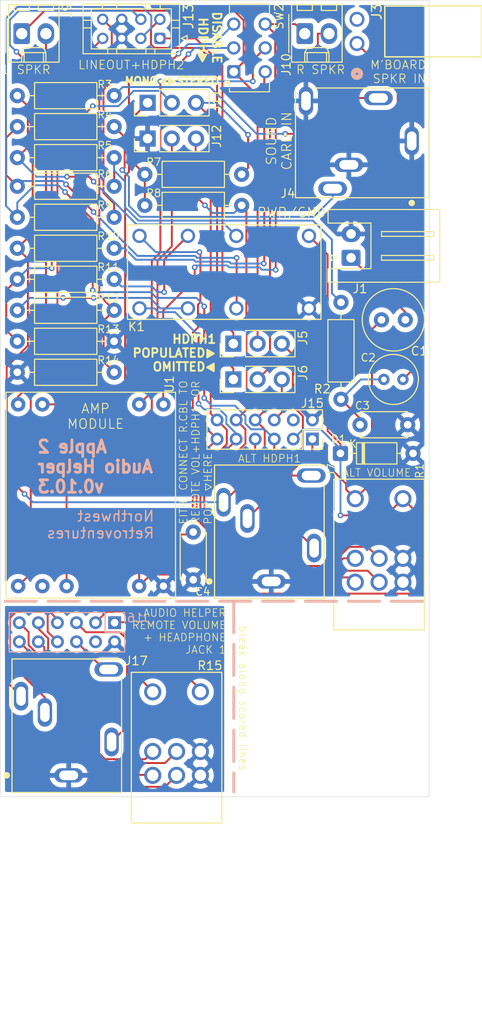
<source format=kicad_pcb>
(kicad_pcb (version 20241229) (generator "pcbnew") (generator_version "9.0")
  (title_block (title "Apple 2 Audio Helper") (date "2026-02-18") (rev "0.10.5") (company "Northwest Retroventures") (comment 1 "Optionally supports second internal speaker for stereo.") (comment 2 "Outputs to line-out jack & headphone jack 2 (rear of case), jack 1 (front), stock speaker.") (comment 3 "Routes sound card and motherboard audio sources. Power from int. game port connector.") (comment 4 "Circuit to mount in Apple 2 case beneath keyboard, exposing headph. jack & volume knob."))
  (layers (0 "F.Cu" signal) (2 "B.Cu" signal) (13 "F.Paste" user) (15 "B.Paste" user) (5 "F.SilkS" user "F.Silkscreen") (7 "B.SilkS" user "B.Silkscreen") (1 "F.Mask" user) (3 "B.Mask" user) (25 "Edge.Cuts" user))
  (net 0 "")
  (net 1 "/+5V_IN")
  (net 2 "/HP2_TN")
  (net 3 "Net-(C2-Pad2)")
  (net 4 "/MB_SPKR")
  (net 5 "V_AMP")
  (net 6 "/SPKR_L")
  (net 8 "/SPKR_R")
  (net 9 "/AMP_INPUT_L")
  (net 10 "/MONO_MIX")
  (net 11 "/AMP_INPUT_R")
  (net 12 "/HP2_RN")
  (net 13 "/LINEOUT_L")
  (net 14 "/LINEOUT_R")
  (net 15 "/LINEOUT_SOURCE_R")
  (net 16 "/INPUT_AUDIO_L")
  (net 17 "/INPUT_AUDIO_R")
  (net 18 "/AUDIO_MB_AC")
  (net 19 "/JACK_L")
  (net 20 "/JACK_R")
  (net 21 "Net-(SW2A-C)")
  (net 22 "Net-(SW2B-C)")
  (net 23 "Net-(SW2A-B)")
  (net 24 "Net-(SW2B-B)")
  (net 26 "GND")
  (net 27 "RMT_GND")
  (net 28 "V_IN")
  (net 29 "HP1_TN")
  (net 30 "HP1_RN")
  (net 31 "HP1_T")
  (net 32 "HP1_R")
  (net 33 "VOL_L")
  (net 34 "VOL_R")
  (net 35 "SRC_L")
  (net 36 "SRC_R")
  (net 37 "/Daughterboard/RMT_HP1_TN")
  (net 38 "/Daughterboard/RMT_SRC_R")
  (net 39 "/Daughterboard/RMT_HP1_RN")
  (net 40 "/Daughterboard/RMT_HP1_R")
  (net 41 "/Daughterboard/RMT_HP1_T")
  (net 42 "/Daughterboard/RMT_V_IN")
  (net 43 "/Daughterboard/REM_VOL_R")
  (net 44 "/Daughterboard/REM_VOL_L")
  (net 45 "/Daughterboard/RMT_SRC_L")
  (net 46 "/Daughterboard/RMT_V_AMP")
  (net 48 "/LINEOUT_SOURCE_L")
  (footprint "Capacitor_THT:C_Disc_D4.7mm_W2.5mm_P5.00mm" (layer "F.Cu") (at 87.75 80.5)
    (property "Reference" "C3")
    (property "Value" "10nF")
  )
  (footprint "Connector_Molex:Molex_KK-254_AE-6410-02A_1x02_P2.54mm_Vertical" (layer "F.Cu") (at 81.95 39.5)
    (property "Reference" "J10")
    (property "Value" "PIN HEADER 1x2" (hide yes))
  )
  (footprint "Resistor_THT:R_Axial_DIN0207_L6.3mm_D2.5mm_P10.16mm_Horizontal" (layer "F.Cu") (at 51.79 71.75)
    (property "Reference" "R13")
    (property "Value" "1kΩ")
  )
  (footprint "PTR902-1020K-A502:TRIM_PTR902-1020K-A502" (layer "F.Cu") (at 89.75 94.5 -90)
    (property "Reference" "R1")
    (property "Value" "10kΩ")
  )
  (footprint "Resistor_THT:R_Axial_DIN0207_L6.3mm_D2.5mm_P10.16mm_Horizontal" (layer "F.Cu") (at 61.95 46 180)
    (property "Reference" "R3")
    (property "Value" "10kΩ")
  )
  (footprint "SR11-5V-200-2C:RELAY_SR11-5V-200-2C" (layer "F.Cu") (at 73.5 64.5)
    (property "Reference" "K1")
    (property "Value" "SR11-5V-200-2C")
  )
  (footprint "Resistor_THT:R_Axial_DIN0207_L6.3mm_D2.5mm_P10.16mm_Horizontal" (layer "F.Cu") (at 75.33 54.25 180)
    (property "Reference" "R7")
    (property "Value" "10kΩ")
  )
  (footprint "Resistor_THT:R_Axial_DIN0207_L6.3mm_D2.5mm_P10.16mm_Horizontal" (layer "F.Cu") (at 61.95 55.5 180)
    (property "Reference" "R6")
    (property "Value" "10kΩ")
  )
  (footprint "Connector_PinHeader_2.54mm:PinHeader_1x03_P2.54mm_Vertical" (layer "F.Cu") (at 65.46 50.5 90)
    (property "Reference" "J12")
    (property "Value" "PIN HEADER 1x3" (hide yes))
  )
  (footprint "pam8403:pam8403" (layer "F.Cu") (at 59.5 87.25)
    (property "Reference" "U1")
    (property "Value" "pam8403" (hide yes))
  )
  (footprint "Connector_PinSocket_2.00mm:PinSocket_2x06_P2.00mm_Vertical" (layer "F.Cu") (at 82.75 82 -90)
    (property "Reference" "J15")
    (property "Value" "PIN HEADER 2x6" (hide yes))
  )
  (footprint "PTR902-1020K-A502:TRIM_PTR902-1020K-A502" (layer "F.Cu") (at 68.5 114.75 -90)
    (property "Reference" "R15")
    (property "Value" "10kΩ")
  )
  (footprint "Resistor_THT:R_Axial_DIN0207_L6.3mm_D2.5mm_P10.16mm_Horizontal" (layer "F.Cu") (at 61.95 62 180)
    (property "Reference" "R10")
    (property "Value" "33Ω")
  )
  (footprint "SJ1-3515N:CUI_SJ1-3515N" (layer "F.Cu") (at 78.4325 96.925 90)
    (property "Reference" "J7")
    (property "Value" "SJ1-3515N")
  )
  (footprint "Connector_JST:JST_XH_S2B-XH-A_1x02_P2.50mm_Horizontal" (layer "F.Cu") (at 86.805 63 90)
    (property "Reference" "J1")
    (property "Value" "PIN HEADER 1x2" (hide yes))
  )
  (footprint "Button_Switch_THT:SW_CK_JS202011CQN_DPDT_Straight" (layer "F.Cu") (at 74.5 43.5 90)
    (property "Reference" "SW2")
    (property "Value" "SW_DPDT_x2" (hide yes))
  )
  (footprint "Capacitor_THT:C_Disc_D4.7mm_W2.5mm_P5.00mm" (layer "F.Cu") (at 70.25 91.75 -90)
    (property "Reference" "C4")
    (property "Value" "100nF")
  )
  (footprint "Capacitor_THT:C_Radial_D5.0mm_H5.0mm_P2.00mm" (layer "F.Cu") (at 92.25 75.75 180)
    (property "Reference" "C2")
    (property "Value" "1µF")
  )
  (footprint "SJ1-3515N:CUI_SJ1-3515N" (layer "F.Cu") (at 93.175 50.75 180)
    (property "Reference" "J4")
    (property "Value" "SJ1-3515N")
  )
  (footprint "Resistor_THT:R_Axial_DIN0207_L6.3mm_D2.5mm_P10.16mm_Horizontal" (layer "F.Cu") (at 61.95 75 180)
    (property "Reference" "R14")
    (property "Value" "1kΩ")
  )
  (footprint "Connector_JST:JST_PHD_B8B-PHDSS_2x04_P2.00mm_Vertical" (layer "F.Cu") (at 66.75 40 180)
    (property "Reference" "J13")
    (property "Value" "PIN HEADER 2x4" (hide yes))
  )
  (footprint "Connector_Molex:Molex_KK-254_AE-6410-02A_1x02_P2.54mm_Vertical" (layer "F.Cu") (at 52.25 39.5)
    (property "Reference" "J9")
    (property "Value" "PIN HEADER 1x2" (hide yes))
  )
  (footprint "Resistor_THT:R_Axial_DIN0207_L6.3mm_D2.5mm_P10.16mm_Horizontal" (layer "F.Cu") (at 61.95 52.5 180)
    (property "Reference" "R5")
    (property "Value" "10kΩ")
  )
  (footprint "Diode_THT:D_DO-35_SOD27_P7.62mm_Horizontal" (layer "F.Cu") (at 85.69 83.5)
    (property "Reference" "D1")
    (property "Value" "1N4001")
  )
  (footprint "Resistor_THT:R_Axial_DIN0207_L6.3mm_D2.5mm_P10.16mm_Horizontal" (layer "F.Cu") (at 85.75 77.83 90)
    (property "Reference" "R2")
    (property "Value" "1kΩ")
  )
  (footprint "Connector_PinHeader_2.54mm:PinHeader_1x03_P2.54mm_Vertical" (layer "F.Cu") (at 74.46 72 90)
    (property "Reference" "J5")
    (property "Value" "PIN HEADER 1x3" (hide yes))
  )
  (footprint "Resistor_THT:R_Axial_DIN0207_L6.3mm_D2.5mm_P10.16mm_Horizontal" (layer "F.Cu") (at 61.95 49.25 180)
    (property "Reference" "R4")
    (property "Value" "10kΩ")
  )
  (footprint "Resistor_THT:R_Axial_DIN0207_L6.3mm_D2.5mm_P10.16mm_Horizontal" (layer "F.Cu") (at 61.95 65.25 180)
    (property "Reference" "R11")
    (property "Value" "4.7kΩ")
  )
  (footprint "Capacitor_THT:C_Radial_D6.3mm_H7.0mm_P2.50mm" (layer "F.Cu") (at 92.5 69.5 180)
    (property "Reference" "C1")
    (property "Value" "100µF")
  )
  (footprint "Resistor_THT:R_Axial_DIN0207_L6.3mm_D2.5mm_P10.16mm_Horizontal" (layer "F.Cu") (at 61.95 68.5 180)
    (property "Reference" "R12")
    (property "Value" "4.7kΩ")
  )
  (footprint "Connector_PinHeader_2.54mm:PinHeader_1x03_P2.54mm_Vertical" (layer "F.Cu") (at 74.46 75.75 90)
    (property "Reference" "J6")
    (property "Value" "PIN HEADER 1x3" (hide yes))
  )
  (footprint "Connector_PinHeader_2.54mm:PinHeader_1x03_P2.54mm_Vertical" (layer "F.Cu") (at 65.46 46.75 90)
    (property "Reference" "J11")
    (property "Value" "PIN HEADER 1x3" (hide yes))
  )
  (footprint "Resistor_THT:R_Axial_DIN0207_L6.3mm_D2.5mm_P10.16mm_Horizontal" (layer "F.Cu") (at 75.33 57.5 180)
    (property "Reference" "R8")
    (property "Value" "10kΩ")
  )
  (footprint "Resistor_THT:R_Axial_DIN0207_L6.3mm_D2.5mm_P10.16mm_Horizontal" (layer "F.Cu") (at 61.95 58.75 180)
    (property "Reference" "R9")
    (property "Value" "33Ω")
  )
  (footprint "SJ1-3515N:CUI_SJ1-3515N" (layer "F.Cu") (at 57.1825 117.25 90)
    (property "Reference" "J17")
    (property "Value" "SJ1-3515N")
  )
  (footprint "Molex 22053021:CONN_A-7478-02A_MOL" (layer "F.Cu") (at 87.4294 40.5381 90)
    (property "Reference" "J3")
    (property "Value" "PIN HEADER 1x2" (hide yes))
  )
  (footprint "Connector_PinSocket_2.00mm:PinSocket_2x06_P2.00mm_Vertical" (layer "B.Cu") (at 62 101.25 90)
    (property "Reference" "J16")
    (property "Value" "PIN HEADER 2x6" (hide yes))
  )
  (gr_line (start 50.5 99) (end 94.5 99) (stroke (width 0.3) (type dash)) (layer "F.SilkS"))
  (gr_line (start 74.5 99) (end 74.5 119) (stroke (width 0.3) (type dash)) (layer "F.SilkS"))
  (gr_line (start 50.5 99) (end 94.5 99) (stroke (width 0.3) (type dash)) (layer "B.SilkS"))
  (gr_line (start 74.5 99) (end 74.5 119) (stroke (width 0.3) (type dash)) (layer "B.SilkS"))
  (gr_rect (start 50 36) (end 95 119.5) (stroke (width 0.05)) (fill no) (layer "Edge.Cuts"))
  (gr_text "ALT VOLUME" (at 89.5 86 0) (layer "F.SilkS") (effects (font (size 0.8 0.8) (thickness 0.08)) (justify bottom)))
  (gr_text "︎︎DISABLE\nHDPH▶" (at 70.75 42.75 270) (layer "F.SilkS") (effects (font (size 0.9 0.9) (thickness 0.2) (bold yes)) (justify right bottom)))
  (gr_text "EITH. CONNECT R.CBL TO\nREMOTE VOL+HDPH1, OR\nPOP. ▽HERE" (at 68.75 91 90) (layer "F.SilkS") (effects (font (size 0.8 0.8) (thickness 0.08)) (justify left top)))
  (gr_text "ALT HDPH1" (at 78.25 84.5 0) (layer "F.SilkS") (effects (font (size 0.8 0.8) (thickness 0.08)) (justify bottom)))
  (gr_text "M'BOARD\nSPKR IN" (at 94.75 42.25 0) (layer "F.SilkS") (effects (font (size 0.9 0.9) (thickness 0.09)) (justify right top)))
  (gr_text "AMP\nMODULE" (at 60 81 0) (layer "F.SilkS") (effects (font (size 1 1) (thickness 0.1)) (justify bottom)))
  (gr_text "MONO◀︎▶︎STEREO" (at 62.96 44 0) (layer "F.SilkS") (effects (font (size 0.8 0.8) (thickness 0.2) (bold yes)) (justify left top)))
  (gr_text "PWR/GND" (at 84.25 58.25 0) (layer "F.SilkS") (effects (font (size 1 1) (thickness 0.1)) (justify right)))
  (gr_text "SOUND\nCARD IN" (at 79.25 50.75 90) (layer "F.SilkS") (effects (font (size 1 1) (thickness 0.1))))
  (gr_text "R SPKR" (at 86.25 42.75 0) (layer "F.SilkS") (effects (font (size 0.9 0.9) (thickness 0.09)) (justify right top)))
  (gr_text "LINEOUT+HDPH2" (at 63.75 42.25 0) (layer "F.SilkS") (effects (font (size 0.9 0.9) (thickness 0.09)) (justify top)))
  (gr_text "L SPKR" (at 50.25 42.75 0) (layer "F.SilkS") (effects (font (size 0.9 0.9) (thickness 0.09)) (justify left top)))
  (gr_text "HDPH1\nPOPULATED▶\n︎OMITTED◀" (at 72.75 71 0) (layer "F.SilkS") (effects (font (size 0.9 0.9) (thickness 0.2) (bold yes)) (justify right top)))
  (gr_text "AUDIO HELPER\nREMOTE VOLUME\n+ HEADPHONE\nJACK 1" (at 73.75 99.75 0) (layer "F.SilkS") (effects (font (size 0.8 0.8) (thickness 0.08)) (justify right top)))
  (gr_text "break along scored lines" (at 75 101.5 270) (layer "F.SilkS") (effects (font (size 0.8 0.8) (thickness 0.08)) (justify left bottom)))
  (gr_text "Apple 2\nAudio Helper\nv0.10.3" (at 53.75 87.75 0) (layer "B.SilkS") (effects (font (size 1.3 1.25) (thickness 0.3) (bold yes)) (justify right bottom mirror)))
  (gr_text "Northwest\nRetroventures" (at 66.25 92.5 0) (layer "B.SilkS") (effects (font (size 1.1 1.1)) (justify left bottom mirror)))
  (segment (start 86.805 63) (end 92.5 68.695) (width 0.2) (layer "F.Cu") (net 1))
  (segment (start 92.5 68.695) (end 92.5 69.5) (width 0.2) (layer "F.Cu") (net 1))
  (segment (start 73.3083 69.6966) (end 73.3083 42.8083) (width 0.2) (layer "F.Cu") (net 2))
  (segment (start 74.46 72) (end 74.46 70.8483) (width 0.2) (layer "F.Cu") (net 2))
  (segment (start 70.5 40) (end 66.75 40) (width 0.2) (layer "F.Cu") (net 2))
  (segment (start 73.3083 42.8083) (end 70.5 40) (width 0.2) (layer "F.Cu") (net 2))
  (segment (start 74.46 70.8483) (end 73.3083 69.6966) (width 0.2) (layer "F.Cu") (net 2))
  (segment (start 85.75 77.83) (end 87.75 79.83) (width 0.2) (layer "F.Cu") (net 3))
  (segment (start 87.75 79.83) (end 87.75 80.5) (width 0.2) (layer "F.Cu") (net 3))
  (segment (start 90.25 75.75) (end 87.83 75.75) (width 0.2) (layer "B.Cu") (net 3))
  (segment (start 87.83 75.75) (end 85.75 77.83) (width 0.2) (layer "B.Cu") (net 3))
  (segment (start 91.7 64.7) (end 91.7 44.8087) (width 0.2) (layer "F.Cu") (net 4))
  (segment (start 94 67) (end 91.7 64.7) (width 0.2) (layer "F.Cu") (net 4))
  (segment (start 92.25 75.75) (end 94 74) (width 0.2) (layer "F.Cu") (net 4))
  (segment (start 94 74) (end 94 67) (width 0.2) (layer "F.Cu") (net 4))
  (segment (start 91.7 44.8087) (end 87.4294 40.5381) (width 0.2) (layer "F.Cu") (net 4))
  (segment (start 68.2 92) (end 64.58 95.62) (width 0.2) (layer "F.Cu") (net 5))
  (segment (start 90.5 90) (end 92.25 88.25) (width 0.2) (layer "F.Cu") (net 5))
  (segment (start 64.58 97.41) (end 65.79 96.2) (width 0.2) (layer "F.Cu") (net 5))
  (segment (start 85.7 90) (end 90.5 90) (width 0.2) (layer "F.Cu") (net 5))
  (segment (start 65.79 96.2) (end 67.7 96.2) (width 0.2) (layer "F.Cu") (net 5))
  (segment (start 70.25 92) (end 68.2 92) (width 0.2) (layer "F.Cu") (net 5))
  (segment (start 67.7 96.2) (end 69.7 98.2) (width 0.2) (layer "F.Cu") (net 5))
  (segment (start 93.9 89.9) (end 92.25 88.25) (width 0.2) (layer "F.Cu") (net 5))
  (segment (start 84.3472 81.1472) (end 84.3472 62.6572) (width 0.2) (layer "F.Cu") (net 5))
  (segment (start 85.69 82.49) (end 84.3472 81.1472) (width 0.2) (layer "F.Cu") (net 5))
  (segment (start 93.9 97.6) (end 93.9 89.9) (width 0.2) (layer "F.Cu") (net 5))
  (segment (start 93.3 98.2) (end 93.9 97.6) (width 0.2) (layer "F.Cu") (net 5))
  (segment (start 85.69 83.5) (end 85.69 82.49) (width 0.2) (layer "F.Cu") (net 5))
  (segment (start 64.58 95.62) (end 64.58 97.41) (width 0.2) (layer "F.Cu") (net 5))
  (segment (start 84.3472 62.6572) (end 82.39 60.7) (width 0.2) (layer "F.Cu") (net 5))
  (segment (start 69.7 98.2) (end 93.3 98.2) (width 0.2) (layer "F.Cu") (net 5))
  (via (at 85.7 90) (size 0.6) (drill 0.3) (layers "F.Cu" "B.Cu") (net 5))
  (segment (start 85.69 83.04) (end 85.69 83.5) (width 0.2) (layer "B.Cu") (net 5))
  (segment (start 83.65 81) (end 85.69 83.04) (width 0.2) (layer "B.Cu") (net 5))
  (segment (start 80.75 82) (end 81.75 81) (width 0.2) (layer "B.Cu") (net 5))
  (segment (start 85.69 84.09) (end 85.7 84.1) (width 0.2) (layer "B.Cu") (net 5))
  (segment (start 81.75 81) (end 83.65 81) (width 0.2) (layer "B.Cu") (net 5))
  (segment (start 92.25 88.25) (end 92.25 88.06) (width 0.2) (layer "B.Cu") (net 5))
  (segment (start 85.69 83.5) (end 85.69 84.09) (width 0.2) (layer "B.Cu") (net 5))
  (segment (start 85.1 82.91) (end 85.69 83.5) (width 0.2) (layer "B.Cu") (net 5))
  (segment (start 85.7 84.1) (end 85.7 90) (width 0.2) (layer "B.Cu") (net 5))
  (segment (start 54.79 39.5) (end 54.79 40.616) (width 0.2) (layer "F.Cu") (net 6))
  (segment (start 51.88 77.5417) (end 51.88 78.36) (width 0.2) (layer "F.Cu") (net 6))
  (segment (start 77 46) (end 74.5 43.5) (width 0.2) (layer "F.Cu") (net 6))
  (segment (start 54.6524 37.0976) (end 74.5287 37.0976) (width 0.2) (layer "F.Cu") (net 6))
  (segment (start 54.8 74.6217) (end 51.88 77.5417) (width 0.2) (layer "F.Cu") (net 6))
  (segment (start 54.784 40.616) (end 54.8 40.632) (width 0.2) (layer "F.Cu") (net 6))
  (segment (start 52.25 39.5) (end 54.6524 37.0976) (width 0.2) (layer "F.Cu") (net 6))
  (segment (start 74.5287 37.0976) (end 75.537 38.1059) (width 0.2) (layer "F.Cu") (net 6))
  (segment (start 54.79 40.616) (end 54.784 40.616) (width 0.2) (layer "F.Cu") (net 6))
  (segment (start 77 72) (end 77 46) (width 0.2) (layer "F.Cu") (net 6))
  (segment (start 54.8 40.632) (end 54.8 74.6217) (width 0.2) (layer "F.Cu") (net 6))
  (segment (start 75.537 42.463) (end 74.5 43.5) (width 0.2) (layer "F.Cu") (net 6))
  (segment (start 75.537 38.1059) (end 75.537 42.463) (width 0.2) (layer "F.Cu") (net 6))
  (segment (start 80.95 38.5) (end 77.8 38.5) (width 0.2) (layer "F.Cu") (net 8))
  (segment (start 78.3 74.45) (end 78.3 44.9) (width 0.2) (layer "F.Cu") (net 8))
  (segment (start 67.1 68.55) (end 67.1 78.34) (width 0.2) (layer "F.Cu") (net 8))
  (segment (start 78.8493 44.3507) (end 78.8493 39.5493) (width 0.2) (layer "F.Cu") (net 8))
  (segment (start 78.8493 39.5493) (end 77.8 38.5) (width 0.2) (layer "F.Cu") (net 8))
  (segment (start 67.1 78.34) (end 67.12 78.36) (width 0.2) (layer "F.Cu") (net 8))
  (segment (start 81.95 39.5) (end 80.95 38.5) (width 0.2) (layer "F.Cu") (net 8))
  (segment (start 77 75.75) (end 78.3 74.45) (width 0.2) (layer "F.Cu") (net 8))
  (segment (start 83.3183 39.5) (end 84.49 39.5) (width 0.2) (layer "F.Cu") (net 8))
  (segment (start 78.9 45.09) (end 83.3183 40.6717) (width 0.2) (layer "F.Cu") (net 8))
  (segment (start 70.4 64) (end 70.4 65.25) (width 0.2) (layer "F.Cu") (net 8))
  (segment (start 78.9 64.2) (end 78.9 45.09) (width 0.2) (layer "F.Cu") (net 8))
  (segment (start 78.3 44.9) (end 78.8493 44.3507) (width 0.2) (layer "F.Cu") (net 8))
  (segment (start 70.4 65.25) (end 67.1 68.55) (width 0.2) (layer "F.Cu") (net 8))
  (segment (start 83.3183 40.6717) (end 83.3183 39.5) (width 0.2) (layer "F.Cu") (net 8))
  (via (at 70.4 64) (size 0.6) (drill 0.3) (layers "F.Cu" "B.Cu") (net 8))
  (via (at 78.9 64.26) (size 0.6) (drill 0.3) (layers "F.Cu" "B.Cu") (net 8))
  (segment (start 70.597 63.803) (end 73.8359 63.803) (width 0.2) (layer "B.Cu") (net 8))
  (segment (start 73.8359 63.803) (end 74.0349 64.002) (width 0.2) (layer "B.Cu") (net 8))
  (segment (start 77.449057 64.25) (end 78.9 64.25) (width 0.2) (layer "B.Cu") (net 8))
  (segment (start 70.4 64) (end 70.597 63.803) (width 0.2) (layer "B.Cu") (net 8))
  (segment (start 74.0349 64.002) (end 77.201057 64.002) (width 0.2) (layer "B.Cu") (net 8))
  (segment (start 77.201057 64.002) (end 77.449057 64.25) (width 0.2) (layer "B.Cu") (net 8))
  (segment (start 56 50.8) (end 59.7 47.1) (width 0.2) (layer "F.Cu") (net 9))
  (segment (start 51.88 97.41) (end 53.2 96.09) (width 0.2) (layer "F.Cu") (net 9))
  (segment (start 53.2 77.1225) (end 56 74.3225) (width 0.2) (layer "F.Cu") (net 9))
  (segment (start 56 74.3225) (end 56 50.8) (width 0.2) (layer "F.Cu") (net 9))
  (segment (start 53.2 96.09) (end 53.2 77.1225) (width 0.2) (layer "F.Cu") (net 9))
  (via (at 59.7 47.1) (size 0.6) (drill 0.3) (layers "F.Cu" "B.Cu") (net 9))
  (segment (start 66.75 45.5) (end 68 46.75) (width 0.2) (layer "B.Cu") (net 9))
  (segment (start 59.7 47.1) (end 61.4929 47.1) (width 0.2) (layer "B.Cu") (net 9))
  (segment (start 61.4939 47.101) (end 62.4061 47.101) (width 0.2) (layer "B.Cu") (net 9))
  (segment (start 64.0071 45.5) (end 66.75 45.5) (width 0.2) (layer "B.Cu") (net 9))
  (segment (start 62.4061 47.101) (end 64.0071 45.5) (width 0.2) (layer "B.Cu") (net 9))
  (segment (start 61.4929 47.1) (end 61.4939 47.101) (width 0.2) (layer "B.Cu") (net 9))
  (segment (start 64 53.08) (end 65.17 54.25) (width 0.2) (layer "F.Cu") (net 10))
  (segment (start 64 48.21) (end 64 53.08) (width 0.2) (layer "F.Cu") (net 10))
  (segment (start 65.46 46.75) (end 64 48.21) (width 0.2) (layer "F.Cu") (net 10))
  (segment (start 65.17 54.23) (end 65.17 57.5) (width 0.2) (layer "F.Cu") (net 10))
  (segment (start 65.9 78.9) (end 65.9 77.6071) (width 0.2) (layer "F.Cu") (net 11))
  (segment (start 65.9 77.6071) (end 66.5 77.0071) (width 0.2) (layer "F.Cu") (net 11))
  (segment (start 68 61.8) (end 68 50.5) (width 0.2) (layer "F.Cu") (net 11))
  (segment (start 56.96 87.84) (end 65.9 78.9) (width 0.2) (layer "F.Cu") (net 11))
  (segment (start 66.5 77.0071) (end 66.5 63.3) (width 0.2) (layer "F.Cu") (net 11))
  (segment (start 56.96 97.41) (end 56.96 87.84) (width 0.2) (layer "F.Cu") (net 11))
  (segment (start 66.5 63.3) (end 68 61.8) (width 0.2) (layer "F.Cu") (net 11))
  (segment (start 70.9329 41) (end 66.1896 41) (width 0.2) (layer "F.Cu") (net 12))
  (segment (start 74.46 75.75) (end 74.46 74.5983) (width 0.2) (layer "F.Cu") (net 12))
  (segment (start 74.46 74.5983) (end 72.75 72.8883) (width 0.2) (layer "F.Cu") (net 12))
  (segment (start 65.8153 38.9347) (end 66.75 38) (width 0.2) (layer "F.Cu") (net 12))
  (segment (start 65.8153 40.6257) (end 65.8153 38.9347) (width 0.2) (layer "F.Cu") (net 12))
  (segment (start 72.75 42.8171) (end 70.9329 41) (width 0.2) (layer "F.Cu") (net 12))
  (segment (start 72.75 72.8883) (end 72.75 42.8171) (width 0.2) (layer "F.Cu") (net 12))
  (segment (start 66.1896 41) (end 65.8153 40.6257) (width 0.2) (layer "F.Cu") (net 12))
  (segment (start 50.6269 70.5869) (end 51.79 71.75) (width 0.2) (layer "F.Cu") (net 13))
  (segment (start 51.79 65.25) (end 50.6269 66.4131) (width 0.2) (layer "F.Cu") (net 13))
  (segment (start 50.6269 66.4131) (end 50.6269 70.5869) (width 0.2) (layer "F.Cu") (net 13))
  (segment (start 55.4 45.35) (end 60.75 40) (width 0.2) (layer "F.Cu") (net 13))
  (segment (start 55.4 64.1) (end 55.4 45.35) (width 0.2) (layer "F.Cu") (net 13))
  (via (at 55.4 64.1) (size 0.6) (drill 0.3) (layers "F.Cu" "B.Cu") (net 13))
  (segment (start 55.4 64.1) (end 52.94 64.1) (width 0.2) (layer "B.Cu") (net 13))
  (segment (start 52.94 64.1) (end 51.79 65.25) (width 0.2) (layer "B.Cu") (net 13))
  (segment (start 61.6979 38.9479) (end 61.6979 43.9021) (width 0.2) (layer "F.Cu") (net 14))
  (segment (start 60.8483 69.6017) (end 61.95 68.5) (width 0.2) (layer "F.Cu") (net 14))
  (segment (start 60.4 45.2) (end 60.4 66.95) (width 0.2) (layer "F.Cu") (net 14))
  (segment (start 61.6979 43.9021) (end 60.4 45.2) (width 0.2) (layer "F.Cu") (net 14))
  (segment (start 60.4 66.95) (end 61.95 68.5) (width 0.2) (layer "F.Cu") (net 14))
  (segment (start 60.8483 73.8983) (end 60.8483 69.6017) (width 0.2) (layer "F.Cu") (net 14))
  (segment (start 60.75 38) (end 61.6979 38.9479) (width 0.2) (layer "F.Cu") (net 14))
  (segment (start 61.95 75) (end 60.8483 73.8983) (width 0.2) (layer "F.Cu") (net 14))
  (segment (start 56.6 67.2) (end 59.8 67.2) (width 0.2) (layer "F.Cu") (net 15))
  (via (at 59.8 67.2) (size 0.6) (drill 0.3) (layers "F.Cu" "B.Cu") (net 15))
  (via (at 56.6 67.2) (size 0.6) (drill 0.3) (layers "F.Cu" "B.Cu") (net 15))
  (segment (start 66.8 68.3) (end 69.69 68.3) (width 0.2) (layer "B.Cu") (net 15))
  (segment (start 65.7 67.2) (end 66.8 68.3) (width 0.2) (layer "B.Cu") (net 15))
  (segment (start 59.8 67.2) (end 65.7 67.2) (width 0.2) (layer "B.Cu") (net 15))
  (segment (start 51.79 68.5) (end 53.09 67.2) (width 0.2) (layer "B.Cu") (net 15))
  (segment (start 53.09 67.2) (end 56.6 67.2) (width 0.2) (layer "B.Cu") (net 15))
  (segment (start 59.3 54.5) (end 57 54.5) (width 0.2) (layer "F.Cu") (net 16))
  (segment (start 52.8935 51.3965) (end 52.8935 47.1035) (width 0.2) (layer "F.Cu") (net 16))
  (segment (start 59.8 55) (end 59.3 54.5) (width 0.2) (layer "F.Cu") (net 16))
  (segment (start 51.79 52.5) (end 52.8935 51.3965) (width 0.2) (layer "F.Cu") (net 16))
  (segment (start 52.8935 47.1035) (end 51.79 46) (width 0.2) (layer "F.Cu") (net 16))
  (via (at 57 54.5) (size 0.6) (drill 0.3) (layers "F.Cu" "B.Cu") (net 16))
  (via (at 59.8 55) (size 0.6) (drill 0.3) (layers "F.Cu" "B.Cu") (net 16))
  (segment (start 64.3 59.5) (end 73.57 59.5) (width 0.2) (layer "B.Cu") (net 16))
  (segment (start 57 54.5) (end 53.79 54.5) (width 0.2) (layer "B.Cu") (net 16))
  (segment (start 59.8 55) (end 64.3 59.5) (width 0.2) (layer "B.Cu") (net 16))
  (segment (start 73.57 59.5) (end 74.77 60.7) (width 0.2) (layer "B.Cu") (net 16))
  (segment (start 53.79 54.5) (end 51.79 52.5) (width 0.2) (layer "B.Cu") (net 16))
  (segment (start 50.6269 54.3369) (end 51.79 55.5) (width 0.2) (layer "F.Cu") (net 17))
  (segment (start 50.6269 50.4131) (end 50.6269 54.3369) (width 0.2) (layer "F.Cu") (net 17))
  (segment (start 51.79 49.25) (end 50.6269 50.4131) (width 0.2) (layer "F.Cu") (net 17))
  (segment (start 74.8 68.27) (end 74.77 68.3) (width 0.2) (layer "F.Cu") (net 17))
  (segment (start 74.8 63) (end 74.8 68.27) (width 0.2) (layer "F.Cu") (net 17))
  (segment (start 56.9 55.3) (end 59.8 58.2) (width 0.2) (layer "F.Cu") (net 17))
  (via (at 74.8 63) (size 0.6) (drill 0.3) (layers "F.Cu" "B.Cu") (net 17))
  (via (at 56.9 55.3) (size 0.6) (drill 0.3) (layers "F.Cu" "B.Cu") (net 17))
  (via (at 59.8 58.2) (size 0.6) (drill 0.3) (layers "F.Cu" "B.Cu") (net 17))
  (segment (start 52.34 54.95) (end 51.79 55.5) (width 0.2) (layer "B.Cu") (net 17))
  (segment (start 70.452057 62.801) (end 66.1439 62.801) (width 0.2) (layer "B.Cu") (net 17))
  (segment (start 66.1429 62.8) (end 64.4 62.8) (width 0.2) (layer "B.Cu") (net 17))
  (segment (start 56.9 55.3) (end 56.55 54.95) (width 0.2) (layer "B.Cu") (net 17))
  (segment (start 70.652057 63.001) (end 70.452057 62.801) (width 0.2) (layer "B.Cu") (net 17))
  (segment (start 64.4 62.8) (end 59.8 58.2) (width 0.2) (layer "B.Cu") (net 17))
  (segment (start 74.799 63.001) (end 70.652057 63.001) (width 0.2) (layer "B.Cu") (net 17))
  (segment (start 56.55 54.95) (end 52.34 54.95) (width 0.2) (layer "B.Cu") (net 17))
  (segment (start 66.1439 62.801) (end 66.1429 62.8) (width 0.2) (layer "B.Cu") (net 17))
  (segment (start 74.8 63) (end 74.799 63.001) (width 0.2) (layer "B.Cu") (net 17))
  (segment (start 61.95 55.5) (end 61.95 52.5) (width 0.2) (layer "F.Cu") (net 18))
  (segment (start 61.95 53.85) (end 63.1 55) (width 0.2) (layer "B.Cu") (net 18))
  (segment (start 64.5 59.1) (end 82.8 59.1) (width 0.2) (layer "B.Cu") (net 18))
  (segment (start 84.8 66.72) (end 85.75 67.67) (width 0.2) (layer "B.Cu") (net 18))
  (segment (start 63.1 57.7) (end 64.5 59.1) (width 0.2) (layer "B.Cu") (net 18))
  (segment (start 63.1 55) (end 63.1 57.7) (width 0.2) (layer "B.Cu") (net 18))
  (segment (start 82.8 59.1) (end 84.8 61.1) (width 0.2) (layer "B.Cu") (net 18))
  (segment (start 84.8 61.1) (end 84.8 66.72) (width 0.2) (layer "B.Cu") (net 18))
  (segment (start 61.95 52.5) (end 61.95 53.85) (width 0.2) (layer "B.Cu") (net 18))
  (segment (start 87.1903 46.25) (end 83.4403 50) (width 0.2) (layer "F.Cu") (net 19))
  (segment (start 89.675 46.25) (end 87.1903 46.25) (width 0.2) (layer "F.Cu") (net 19))
  (segment (start 83.4403 50) (end 79.9 50) (width 0.2) (layer "F.Cu") (net 19))
  (via (at 79.9 50) (size 0.6) (drill 0.3) (layers "F.Cu" "B.Cu") (net 19))
  (segment (start 79.9 50) (end 76.9 50) (width 0.2) (layer "B.Cu") (net 19))
  (segment (start 72 45.1) (end 62.85 45.1) (width 0.2) (layer "B.Cu") (net 19))
  (segment (start 62.85 45.1) (end 61.95 46) (width 0.2) (layer "B.Cu") (net 19))
  (segment (start 76.9 50) (end 72 45.1) (width 0.2) (layer "B.Cu") (net 19))
  (segment (start 63.051 53.549) (end 63.051 50.351) (width 0.2) (layer "F.Cu") (net 20))
  (segment (start 63.051 50.351) (end 61.95 49.25) (width 0.2) (layer "F.Cu") (net 20))
  (segment (start 62.8 53.8) (end 63.051 53.549) (width 0.2) (layer "F.Cu") (net 20))
  (via (at 62.8 53.8) (size 0.6) (drill 0.3) (layers "F.Cu" "B.Cu") (net 20))
  (segment (start 84.875 55.75) (end 84.875 56.725) (width 0.2) (layer "B.Cu") (net 20))
  (segment (start 84.2 55.75) (end 84.2 55.8) (width 0.2) (layer "B.Cu") (net 20))
  (segment (start 63.501 54.501) (end 62.8 53.8) (width 0.2) (layer "B.Cu") (net 20))
  (segment (start 84.875 56.725) (end 82.9 58.7) (width 0.2) (layer "B.Cu") (net 20))
  (segment (start 82.9 58.7) (end 64.6671 58.7) (width 0.2) (layer "B.Cu") (net 20))
  (segment (start 63.501 57.5339) (end 63.501 54.501) (width 0.2) (layer "B.Cu") (net 20))
  (segment (start 64.6671 58.7) (end 63.501 57.5339) (width 0.2) (layer "B.Cu") (net 20))
  (segment (start 68.7 41.626684) (end 68.226684 42.1) (width 0.2) (layer "F.Cu") (net 21))
  (segment (start 60.8331 45.3669) (end 60.8331 56.2) (width 0.2) (layer "F.Cu") (net 21))
  (segment (start 60.8331 56.2) (end 61.95 57.3169) (width 0.2) (layer "F.Cu") (net 21))
  (segment (start 61.95 57.3169) (end 61.95 58.75) (width 0.2) (layer "F.Cu") (net 21))
  (segment (start 68.226684 42.1) (end 64.1 42.1) (width 0.2) (layer "F.Cu") (net 21))
  (segment (start 68.7 41.6) (end 68.7 41.626684) (width 0.2) (layer "F.Cu") (net 21))
  (segment (start 64.1 42.1) (end 60.8331 45.3669) (width 0.2) (layer "F.Cu") (net 21))
  (via (at 68.7 41.6) (size 0.6) (drill 0.3) (layers "F.Cu" "B.Cu") (net 21))
  (segment (start 72.4 40.6) (end 74.5 38.5) (width 0.2) (layer "B.Cu") (net 21))
  (segment (start 69.7 40.6) (end 72.4 40.6) (width 0.2) (layer "B.Cu") (net 21))
  (segment (start 68.7 41.6) (end 69.7 40.6) (width 0.2) (layer "B.Cu") (net 21))
  (segment (start 77.699 63.5) (end 77.7 63.499) (width 0.2) (layer "F.Cu") (net 22))
  (segment (start 77.7 43.6) (end 77.8 43.5) (width 0.2) (layer "F.Cu") (net 22))
  (segment (start 77.7 63.499) (end 77.7 43.6) (width 0.2) (layer "F.Cu") (net 22))
  (via (at 77.649 63.6) (size 0.6) (drill 0.3) (layers "F.Cu" "B.Cu") (net 22))
  (segment (start 74.551057 63.601) (end 74.550057 63.6) (width 0.2) (layer "B.Cu") (net 22))
  (segment (start 74.2 63.6) (end 74.002 63.402) (width 0.2) (layer "B.Cu") (net 22))
  (segment (start 63.0329 62) (end 61.95 62) (width 0.2) (layer "B.Cu") (net 22))
  (segment (start 77.649 63.6) (end 75.049943 63.6) (width 0.2) (layer "B.Cu") (net 22))
  (segment (start 74.550057 63.6) (end 74.2 63.6) (width 0.2) (layer "B.Cu") (net 22))
  (segment (start 65.9768 63.201) (end 64.2339 63.201) (width 0.2) (layer "B.Cu") (net 22))
  (segment (start 74.002 63.402) (end 70.485957 63.402) (width 0.2) (layer "B.Cu") (net 22))
  (segment (start 75.049943 63.6) (end 75.048943 63.601) (width 0.2) (layer "B.Cu") (net 22))
  (segment (start 70.485957 63.402) (end 70.285957 63.202) (width 0.2) (layer "B.Cu") (net 22))
  (segment (start 75.048943 63.601) (end 74.551057 63.601) (width 0.2) (layer "B.Cu") (net 22))
  (segment (start 64.2339 63.201) (end 63.0329 62) (width 0.2) (layer "B.Cu") (net 22))
  (segment (start 70.285957 63.202) (end 65.9778 63.202) (width 0.2) (layer "B.Cu") (net 22))
  (segment (start 65.9778 63.202) (end 65.9768 63.201) (width 0.2) (layer "B.Cu") (net 22))
  (segment (start 68.927035 42.501) (end 64.2661 42.501) (width 0.2) (layer "F.Cu") (net 23))
  (segment (start 63.5 54) (end 63.1 54.4) (width 0.2) (layer "F.Cu") (net 23))
  (segment (start 63.1 77.29) (end 62.03 78.36) (width 0.2) (layer "F.Cu") (net 23))
  (segment (start 62.03 78.36) (end 54.42 78.36) (width 0.2) (layer "F.Cu") (net 23))
  (segment (start 63.5 43.2671) (end 63.5 54) (width 0.2) (layer "F.Cu") (net 23))
  (segment (start 63.1 54.4) (end 63.1 77.29) (width 0.2) (layer "F.Cu") (net 23))
  (segment (start 69.75 41.65) (end 69.75 41.678035) (width 0.2) (layer "F.Cu") (net 23))
  (segment (start 64.2661 42.501) (end 63.5 43.2671) (width 0.2) (layer "F.Cu") (net 23))
  (segment (start 69.75 41.678035) (end 68.927035 42.501) (width 0.2) (layer "F.Cu") (net 23))
  (via (at 69.75 41.65) (size 0.6) (drill 0.3) (layers "F.Cu" "B.Cu") (net 23))
  (segment (start 69.75 41.65) (end 70.4 41) (width 0.2) (layer "B.Cu") (net 23))
  (segment (start 70.4 41) (end 74.5 41) (width 0.2) (layer "B.Cu") (net 23))
  (segment (start 65.899 63.3339) (end 65.899 77.041) (width 0.2) (layer "F.Cu") (net 24))
  (segment (start 66.8 62.4329) (end 65.899 63.3339) (width 0.2) (layer "F.Cu") (net 24))
  (segment (start 64.56 78.36) (end 64.58 78.36) (width 0.2) (layer "F.Cu") (net 24))
  (segment (start 65.899 77.041) (end 64.58 78.36) (width 0.2) (layer "F.Cu") (net 24))
  (segment (start 66.8 44.5) (end 66.8 62.4329) (width 0.2) (layer "F.Cu") (net 24))
  (segment (start 76.5 44.5) (end 76.5 42.3) (width 0.2) (layer "F.Cu") (net 24))
  (segment (start 76.5 42.3) (end 77.8 41) (width 0.2) (layer "F.Cu") (net 24))
  (via (at 66.8 44.5) (size 0.6) (drill 0.3) (layers "F.Cu" "B.Cu") (net 24))
  (via (at 76.5 44.5) (size 0.6) (drill 0.3) (layers "F.Cu" "B.Cu") (net 24))
  (segment (start 66.8 44.5) (end 76.5 44.5) (width 0.2) (layer "B.Cu") (net 24))
  (segment (start 89 86.5) (end 87.25 88.25) (width 0.2) (layer "F.Cu") (net 28))
  (segment (start 86.3 86.7) (end 86.3 87.3) (width 0.2) (layer "F.Cu") (net 28))
  (segment (start 90 69.5) (end 89 70.5) (width 0.2) (layer "F.Cu") (net 28))
  (segment (start 82.75 82) (end 82.8 82) (width 0.2) (layer "F.Cu") (net 28))
  (segment (start 82.75 82) (end 82.75 83.15) (width 0.2) (layer "F.Cu") (net 28))
  (segment (start 86.3 87.3) (end 87.25 88.25) (width 0.2) (layer "F.Cu") (net 28))
  (segment (start 89 70.5) (end 89 86.5) (width 0.2) (layer "F.Cu") (net 28))
  (segment (start 82.75 83.15) (end 86.3 86.7) (width 0.2) (layer "F.Cu") (net 28))
  (segment (start 79.54 72) (end 80.6938 73.1538) (width 0.2) (layer "F.Cu") (net 29))
  (segment (start 80.5728 85.825) (end 80.5728 85.3877) (width 0.2) (layer "F.Cu") (net 29))
  (segment (start 80.4508 78.2992) (end 78.75 80) (width 0.2) (layer "F.Cu") (net 29))
  (segment (start 82.6325 85.825) (end 80.5728 85.825) (width 0.2) (layer "F.Cu") (net 29))
  (segment (start 81.75 79.5984) (end 80.4508 78.2992) (width 0.2) (layer "F.Cu") (net 29))
  (segment (start 80.5728 85.3877) (end 81.75 84.2105) (width 0.2) (layer "F.Cu") (net 29))
  (segment (start 81.75 84.2105) (end 81.75 79.5984) (width 0.2) (layer "F.Cu") (net 29))
  (segment (start 80.6938 78.0562) (end 80.4508 78.2992) (width 0.2) (layer "F.Cu") (net 29))
  (segment (start 80.6938 73.1538) (end 80.6938 78.0562) (width 0.2) (layer "F.Cu") (net 29))
  (segment (start 75.775 90.325) (end 75.6825 90.325) (width 0.2) (layer "F.Cu") (net 30))
  (segment (start 76.75 80) (end 77.75 81) (width 0.2) (layer "F.Cu") (net 30))
  (segment (start 79.54 75.75) (end 79.54 77.21) (width 0.2) (layer "F.Cu") (net 30))
  (segment (start 77.75 81) (end 77.75 88.5075) (width 0.2) (layer "F.Cu") (net 30))
  (segment (start 79.54 77.21) (end 76.75 80) (width 0.2) (layer "F.Cu") (net 30))
  (segment (start 77.75 88.5075) (end 75.9325 90.325) (width 0.2) (layer "F.Cu") (net 30))
  (segment (start 71.4 68.1) (end 71.4 77.7) (width 0.2) (layer "F.Cu") (net 31))
  (segment (start 56.8 56.1) (end 59.7 59) (width 0.2) (layer "F.Cu") (net 31))
  (segment (start 59.7 59) (end 59.7 66.4) (width 0.2) (layer "F.Cu") (net 31))
  (segment (start 78.75 89.2425) (end 78.75 82) (width 0.2) (layer "F.Cu") (net 31))
  (segment (start 82.9325 93.425) (end 78.75 89.2425) (width 0.2) (layer "F.Cu") (net 31))
  (via (at 56.8 56.1) (size 0.6) (drill 0.3) (layers "F.Cu" "B.Cu") (net 31))
  (via (at 59.7 66.4) (size 0.6) (drill 0.3) (layers "F.Cu" "B.Cu") (net 31))
  (via (at 71.4 77.7) (size 0.6) (drill 0.3) (layers "F.Cu" "B.Cu") (net 31))
  (via (at 71.4 68.1) (size 0.6) (drill 0.3) (layers "F.Cu" "B.Cu") (net 31))
  (segment (start 72.2 78.5) (end 74.6303 78.5) (width 0.2) (layer "B.Cu") (net 31))
  (segment (start 64.75 40) (end 64.6707 40) (width 0.2) (layer "B.Cu") (net 31))
  (segment (start 71.4 68) (end 70.6 67.2) (width 0.2) (layer "B.Cu") (net 31))
  (segment (start 70.6 67.2) (end 66.4 67.2) (width 0.2) (layer "B.Cu") (net 31))
  (segment (start 74.6303 78.5) (end 75.726 79.5957) (width 0.2) (layer "B.Cu") (net 31))
  (segment (start 64.75 40) (end 65.849 38.901) (width 0.2) (layer "B.Cu") (net 31))
  (segment (start 51.8 36.7) (end 50.601 37.899) (width 0.2) (layer "B.Cu") (net 31))
  (segment (start 53.6 55.4) (end 51.79 57.21) (width 0.2) (layer "B.Cu") (net 31))
  (segment (start 56.1 55.4) (end 53.6 55.4) (width 0.2) (layer "B.Cu") (net 31))
  (segment (start 75.726 79.5957) (end 75.726 80.3888) (width 0.2) (layer "B.Cu") (net 31))
  (segment (start 71.4 77.7) (end 72.2 78.5) (width 0.2) (layer "B.Cu") (net 31))
  (segment (start 51.79 57.21) (end 51.79 58.75) (width 0.2) (layer "B.Cu") (net 31))
  (segment (start 76.3139 80.9767) (end 77.7267 80.9767) (width 0.2) (layer "B.Cu") (net 31))
  (segment (start 71.4 68.1) (end 71.4 68) (width 0.2) (layer "B.Cu") (net 31))
  (segment (start 66.4 67.2) (end 65.8 66.6) (width 0.2) (layer "B.Cu") (net 31))
  (segment (start 65.849 37.6268) (end 64.9222 36.7) (width 0.2) (layer "B.Cu") (net 31))
  (segment (start 64.9222 36.7) (end 51.8 36.7) (width 0.2) (layer "B.Cu") (net 31))
  (segment (start 64.75 40) (end 64.5 40) (width 0.2) (layer "B.Cu") (net 31))
  (segment (start 50.601 57.561) (end 51.79 58.75) (width 0.2) (layer "B.Cu") (net 31))
  (segment (start 59.9 66.6) (end 59.7 66.4) (width 0.2) (layer "B.Cu") (net 31))
  (segment (start 50.601 37.899) (end 50.601 57.561) (width 0.2) (layer "B.Cu") (net 31))
  (segment (start 75.726 80.3888) (end 76.3139 80.9767) (width 0.2) (layer "B.Cu") (net 31))
  (segment (start 65.849 38.901) (end 65.849 37.6268) (width 0.2) (layer "B.Cu") (net 31))
  (segment (start 77.7267 80.9767) (end 78.75 82) (width 0.2) (layer "B.Cu") (net 31))
  (segment (start 56.8 56.1) (end 56.1 55.4) (width 0.2) (layer "B.Cu") (net 31))
  (segment (start 65.8 66.6) (end 59.9 66.6) (width 0.2) (layer "B.Cu") (net 31))
  (segment (start 52.9021 63.1121) (end 51.79 62) (width 0.2) (layer "F.Cu") (net 32))
  (segment (start 51.7 41.4) (end 53.4 43.1) (width 0.2) (layer "F.Cu") (net 32))
  (segment (start 76.75 85.3075) (end 73.4325 88.625) (width 0.2) (layer "F.Cu") (net 32))
  (segment (start 52.9021 72.2109) (end 52.9021 63.1121) (width 0.2) (layer "F.Cu") (net 32))
  (segment (start 53.4 60.39) (end 51.79 62) (width 0.2) (layer "F.Cu") (net 32))
  (segment (start 50.6747 74.4383) (end 52.9021 72.2109) (width 0.2) (layer "F.Cu") (net 32))
  (segment (start 76.75 82) (end 76.75 85.3075) (width 0.2) (layer "F.Cu") (net 32))
  (segment (start 50.6747 85.8747) (end 50.6747 74.4383) (width 0.2) (layer "F.Cu") (net 32))
  (segment (start 53.4 43.1) (end 53.4 60.39) (width 0.2) (layer "F.Cu") (net 32))
  (segment (start 73.1825 88.6175) (end 73.1825 88.625) (width 0.2) (layer "F.Cu") (net 32))
  (segment (start 52.55 87.75) (end 50.6747 85.8747) (width 0.2) (layer "F.Cu") (net 32))
  (via (at 51.7 41.4) (size 0.6) (drill 0.3) (layers "F.Cu" "B.Cu") (net 32))
  (via (at 52.55 87.75) (size 0.6) (drill 0.3) (layers "F.Cu" "B.Cu") (net 32))
  (segment (start 53.425 88.625) (end 73.1825 88.625) (width 0.2) (layer "B.Cu") (net 32))
  (segment (start 52.55 87.75) (end 53.425 88.625) (width 0.2) (layer "B.Cu") (net 32))
  (segment (start 51.9671 37.1) (end 63.85 37.1) (width 0.2) (layer "B.Cu") (net 32))
  (segment (start 51.002 40.702) (end 51.002 38.0651) (width 0.2) (layer "B.Cu") (net 32))
  (segment (start 63.85 37.1) (end 64.75 38) (width 0.2) (layer "B.Cu") (net 32))
  (segment (start 51.002 38.0651) (end 51.9671 37.1) (width 0.2) (layer "B.Cu") (net 32))
  (segment (start 51.7 41.4) (end 51.002 40.702) (width 0.2) (layer "B.Cu") (net 32))
  (segment (start 76 50.1) (end 76 53.58) (width 0.2) (layer "F.Cu") (net 33))
  (segment (start 89.75 97) (end 88.55 95.8) (width 0.2) (layer "F.Cu") (net 33))
  (segment (start 73.774 82.526) (end 73.774 81.024) (width 0.2) (layer "F.Cu") (net 33))
  (segment (start 85.2671 95.8) (end 84.9661 96.101) (width 0.2) (layer "F.Cu") (net 33))
  (segment (start 72.0783 79.3283) (end 72.75 80) (width 0.2) (layer "F.Cu") (net 33))
  (segment (start 84.9332 96.101) (end 84.9322 96.102) (width 0.2) (layer "F.Cu") (net 33))
  (segment (start 72.0783 48.2883) (end 72.0783 79.3283) (width 0.2) (layer "F.Cu") (net 33))
  (segment (start 88.55 95.8) (end 85.2671 95.8) (width 0.2) (layer "F.Cu") (net 33))
  (segment (start 70.54 46.75) (end 72.0783 48.2883) (width 0.2) (layer "F.Cu") (net 33))
  (segment (start 84.9661 96.101) (end 84.9332 96.101) (width 0.2) (layer "F.Cu") (net 33))
  (segment (start 76 53.58) (end 75.33 54.25) (width 0.2) (layer "F.Cu") (net 33))
  (segment (start 70.598 85.702) (end 73.774 82.526) (width 0.2) (layer "F.Cu") (net 33))
  (segment (start 70.598 89.8322) (end 70.598 85.702) (width 0.2) (layer "F.Cu") (net 33))
  (segment (start 84.9322 96.102) (end 81.0178 96.102) (width 0.2) (layer "F.Cu") (net 33))
  (segment (start 79.7168 94.801) (end 75.5668 94.801) (width 0.2) (layer "F.Cu") (net 33))
  (segment (start 75.5668 94.801) (end 70.598 89.8322) (width 0.2) (layer "F.Cu") (net 33))
  (segment (start 73.774 81.024) (end 72.75 80) (width 0.2) (layer "F.Cu") (net 33))
  (segment (start 81.0178 96.102) (end 79.7168 94.801) (width 0.2) (layer "F.Cu") (net 33))
  (via (at 76 50.1) (size 0.6) (drill 0.3) (layers "F.Cu" "B.Cu") (net 33))
  (segment (start 70.54 46.75) (end 72.65 46.75) (width 0.2) (layer "B.Cu") (net 33))
  (segment (start 72.65 46.75) (end 76 50.1) (width 0.2) (layer "B.Cu") (net 33))
  (segment (start 75.899 93.999) (end 80.049 93.999) (width 0.2) (layer "F.Cu") (net 34))
  (segment (start 75.8257 78.9243) (end 75.8257 57.9957) (width 0.2) (layer "F.Cu") (net 34))
  (segment (start 84.6 95.3) (end 86.601 93.299) (width 0.2) (layer "F.Cu") (net 34))
  (segment (start 70.5 50.54) (end 70.54 50.5) (width 0.2) (layer "F.Cu") (net 34))
  (segment (start 71.4783 57.5) (end 70.5 56.5217) (width 0.2) (layer "F.Cu") (net 34))
  (segment (start 75.726 82.474) (end 71.4 86.8) (width 0.2) (layer "F.Cu") (net 34))
  (segment (start 80.049 93.999) (end 81.35 95.3) (width 0.2) (layer "F.Cu") (net 34))
  (segment (start 86.601 93.299) (end 88.549 93.299) (width 0.2) (layer "F.Cu") (net 34))
  (segment (start 81.35 95.3) (end 84.6 95.3) (width 0.2) (layer "F.Cu") (net 34))
  (segment (start 70.5 56.5217) (end 70.5 50.54) (width 0.2) (layer "F.Cu") (net 34))
  (segment (start 71.4 89.5) (end 75.899 93.999) (width 0.2) (layer "F.Cu") (net 34))
  (segment (start 71.4 86.8) (end 71.4 89.5) (width 0.2) (layer "F.Cu") (net 34))
  (segment (start 75.726 80.976) (end 75.726 82.474) (width 0.2) (layer "F.Cu") (net 34))
  (segment (start 75.8257 57.9957) (end 75.33 57.5) (width 0.2) (layer "F.Cu") (net 34))
  (segment (start 88.549 93.299) (end 89.75 94.5) (width 0.2) (layer "F.Cu") (net 34))
  (segment (start 74.75 80) (end 75.8257 78.9243) (width 0.2) (layer "F.Cu") (net 34))
  (segment (start 74.75 80) (end 75.726 80.976) (width 0.2) (layer "F.Cu") (net 34))
  (via (at 71.4783 57.5) (size 0.6) (drill 0.3) (layers "F.Cu" "B.Cu") (net 34))
  (segment (start 71.4783 57.5) (end 72.2773 58.299) (width 0.2) (layer "B.Cu") (net 34))
  (segment (start 72.2773 58.299) (end 74.531 58.299) (width 0.2) (layer "B.Cu") (net 34))
  (segment (start 74.531 58.299) (end 75.33 57.5) (width 0.2) (layer "B.Cu") (net 34))
  (segment (start 72.75 82) (end 70.2 84.55) (width 0.2) (layer "F.Cu") (net 35))
  (segment (start 80.8517 96.503) (end 85.0983 96.503) (width 0.2) (layer "F.Cu") (net 35))
  (segment (start 70.901 62.4) (end 71.001 62.5) (width 0.2) (layer "F.Cu") (net 35))
  (segment (start 85.1342 96.5) (end 86.75 96.5) (width 0.2) (layer "F.Cu") (net 35))
  (segment (start 85.1322 96.502) (end 85.1342 96.5) (width 0.2) (layer "F.Cu") (net 35))
  (segment (start 85.0983 96.503) (end 85.0993 96.502) (width 0.2) (layer "F.Cu") (net 35))
  (segment (start 71.001 67.649057) (end 70.745 67.905057) (width 0.2) (layer "F.Cu") (net 35))
  (segment (start 85.0993 96.502) (end 85.1322 96.502) (width 0.2) (layer "F.Cu") (net 35))
  (segment (start 70.745 67.905057) (end 70.745 70.305057) (width 0.2) (layer "F.Cu") (net 35))
  (segment (start 71.001 62.5) (end 71.001 67.649057) (width 0.2) (layer "F.Cu") (net 35))
  (segment (start 86.75 96.5) (end 87.25 97) (width 0.2) (layer "F.Cu") (net 35))
  (segment (start 75.4007 95.202) (end 79.5507 95.202) (width 0.2) (layer "F.Cu") (net 35))
  (segment (start 79.5507 95.202) (end 80.8517 96.503) (width 0.2) (layer "F.Cu") (net 35))
  (segment (start 70.2 85.5329) (end 70.197 85.5359) (width 0.2) (layer "F.Cu") (net 35))
  (segment (start 70.745 70.305057) (end 70.199 70.851057) (width 0.2) (layer "F.Cu") (net 35))
  (segment (start 70.199 79.449) (end 72.75 82) (width 0.2) (layer "F.Cu") (net 35))
  (segment (start 70.199 70.851057) (end 70.199 79.449) (width 0.2) (layer "F.Cu") (net 35))
  (segment (start 70.197 89.9983) (end 75.4007 95.202) (width 0.2) (layer "F.Cu") (net 35))
  (segment (start 70.2 84.55) (end 70.2 85.5329) (width 0.2) (layer "F.Cu") (net 35))
  (segment (start 70.197 85.5359) (end 70.197 89.9983) (width 0.2) (layer "F.Cu") (net 35))
  (via (at 70.901 62.4) (size 0.6) (drill 0.3) (layers "F.Cu" "B.Cu") (net 35))
  (segment (start 66.31 62.4) (end 70.901 62.4) (width 0.2) (layer "B.Cu") (net 35))
  (segment (start 64.61 60.7) (end 66.31 62.4) (width 0.2) (layer "B.Cu") (net 35))
  (segment (start 75.7329 94.4) (end 70.999 89.6661) (width 0.2) (layer "F.Cu") (net 36))
  (segment (start 81.1839 95.701) (end 79.8829 94.4) (width 0.2) (layer "F.Cu") (net 36))
  (segment (start 86 94.5) (end 84.8 95.7) (width 0.2) (layer "F.Cu") (net 36))
  (segment (start 84.8 95.7) (end 84.7671 95.7) (width 0.2) (layer "F.Cu") (net 36))
  (segment (start 84.7661 95.701) (end 81.1839 95.701) (width 0.2) (layer "F.Cu") (net 36))
  (segment (start 84.7671 95.7) (end 84.7661 95.701) (width 0.2) (layer "F.Cu") (net 36))
  (segment (start 87.25 94.5) (end 86 94.5) (width 0.2) (layer "F.Cu") (net 36))
  (segment (start 70.8 71.1) (end 70.8 78.3) (width 0.2) (layer "F.Cu") (net 36))
  (segment (start 74.75 82.1171) (end 74.75 82) (width 0.2) (layer "F.Cu") (net 36))
  (segment (start 70.999 89.6661) (end 70.999 85.8681) (width 0.2) (layer "F.Cu") (net 36))
  (segment (start 70.999 85.8681) (end 74.75 82.1171) (width 0.2) (layer "F.Cu") (net 36))
  (segment (start 79.8829 94.4) (end 75.7329 94.4) (width 0.2) (layer "F.Cu") (net 36))
  (via (at 70.8 71.1) (size 0.6) (drill 0.3) (layers "F.Cu" "B.Cu") (net 36))
  (via (at 70.8 78.3) (size 0.6) (drill 0.3) (layers "F.Cu" "B.Cu") (net 36))
  (segment (start 73.726 79.5957) (end 73.0303 78.9) (width 0.2) (layer "B.Cu") (net 36))
  (segment (start 74.75 81.4128) (end 73.75 80.4128) (width 0.2) (layer "B.Cu") (net 36))
  (segment (start 70.8 71.1) (end 70.601 70.901) (width 0.2) (layer "B.Cu") (net 36))
  (segment (start 73.7299 80.4128) (end 73.7237 80.4066) (width 0.2) (layer "B.Cu") (net 36))
  (segment (start 70.55 70.901) (end 68.349 68.7) (width 0.2) (layer "B.Cu") (net 36))
  (segment (start 73.0303 78.9) (end 71.4 78.9) (width 0.2) (layer "B.Cu") (net 36))
  (segment (start 66.6 68.7) (end 66.2 68.3) (width 0.2) (layer "B.Cu") (net 36))
  (segment (start 73.7237 80.4066) (end 73.726 80.4043) (width 0.2) (layer "B.Cu") (net 36))
  (segment (start 70.601 70.901) (end 70.55 70.901) (width 0.2) (layer "B.Cu") (net 36))
  (segment (start 66.2 68.3) (end 64.61 68.3) (width 0.2) (layer "B.Cu") (net 36))
  (segment (start 71.4 78.9) (end 70.8 78.3) (width 0.2) (layer "B.Cu") (net 36))
  (segment (start 68.349 68.7) (end 66.6 68.7) (width 0.2) (layer "B.Cu") (net 36))
  (segment (start 73.75 80.4128) (end 73.7299 80.4128) (width 0.2) (layer "B.Cu") (net 36))
  (segment (start 73.726 80.4043) (end 73.726 79.5957) (width 0.2) (layer "B.Cu") (net 36))
  (segment (start 74.75 82) (end 74.75 81.4128) (width 0.2) (layer "B.Cu") (net 36))
  (segment (start 60.9 106.15) (end 61.3825 106.15) (width 0.2) (layer "F.Cu") (net 37))
  (segment (start 58 103.25) (end 60.9 106.15) (width 0.2) (layer "F.Cu") (net 37))
  (segment (start 61.1325 106.15) (end 60.9 106.15) (width 0.2) (layer "B.Cu") (net 37))
  (segment (start 60.3775 114.940995) (end 60.995505 115.559) (width 0.2) (layer "F.Cu") (net 38))
  (segment (start 55.024 104.424) (end 60.3775 109.7775) (width 0.2) (layer "F.Cu") (net 38))
  (segment (start 55.024 102.893727) (end 55.024 104.424) (width 0.2) (layer "F.Cu") (net 38))
  (segment (start 65.191 115.559) (end 66 114.75) (width 0.2) (layer "F.Cu") (net 38))
  (segment (start 60.995505 115.559) (end 65.191 115.559) (width 0.2) (layer "F.Cu") (net 38))
  (segment (start 54 101.25) (end 54 101.869727) (width 0.2) (layer "F.Cu") (net 38))
  (segment (start 60.3775 109.7775) (end 60.3775 114.940995) (width 0.2) (layer "F.Cu") (net 38))
  (segment (start 54 101.869727) (end 55.024 102.893727) (width 0.2) (layer "F.Cu") (net 38))
  (segment (start 54.976 102.2) (end 54.976 100.476) (width 0.2) (layer "F.Cu") (net 39))
  (segment (start 54.6825 109.0905) (end 54.6825 110.65) (width 0.2) (layer "F.Cu") (net 39))
  (segment (start 51.6661 100.101) (end 51.001 100.766) (width 0.2) (layer "F.Cu") (net 39))
  (segment (start 56 103.224) (end 54.976 102.2) (width 0.2) (layer "F.Cu") (net 39))
  (segment (start 51.001 105.409) (end 54.6825 109.0905) (width 0.2) (layer "F.Cu") (net 39))
  (segment (start 54.601 100.101) (end 51.6661 100.101) (width 0.2) (layer "F.Cu") (net 39))
  (segment (start 56 103.25) (end 56 103.224) (width 0.2) (layer "F.Cu") (net 39))
  (segment (start 51.001 100.766) (end 51.001 105.409) (width 0.2) (layer "F.Cu") (net 39))
  (segment (start 54.976 100.476) (end 54.601 100.101) (width 0.2) (layer "F.Cu") (net 39))
  (segment (start 51.5 99.7) (end 54.8 99.7) (width 0.2) (layer "F.Cu") (net 40))
  (segment (start 52.1825 108.95) (end 50.6 107.3675) (width 0.2) (layer "F.Cu") (net 40))
  (segment (start 50.6 100.6) (end 51.5 99.7) (width 0.2) (layer "F.Cu") (net 40))
  (segment (start 56 100.9) (end 56 101.25) (width 0.2) (layer "F.Cu") (net 40))
  (segment (start 50.6 107.3675) (end 50.6 100.6) (width 0.2) (layer "F.Cu") (net 40))
  (segment (start 54.8 99.7) (end 56 100.9) (width 0.2) (layer "F.Cu") (net 40))
  (segment (start 61.6825 113.75) (end 63.3 112.1325) (width 0.2) (layer "F.Cu") (net 41))
  (segment (start 61.4325 113.75) (end 61.45 113.75) (width 0.2) (layer "F.Cu") (net 41))
  (segment (start 63.3 112.1325) (end 63.3 103) (width 0.2) (layer "F.Cu") (net 41))
  (segment (start 63.3 103) (end 62.55 102.25) (width 0.2) (layer "F.Cu") (net 41))
  (segment (start 59 102.25) (end 58 101.25) (width 0.2) (layer "F.Cu") (net 41))
  (segment (start 62.55 102.25) (end 59 102.25) (width 0.2) (layer "F.Cu") (net 41))
  (segment (start 63.1 101.2) (end 62 101.2) (width 0.2) (layer "F.Cu") (net 42))
  (segment (start 63.8 101.9) (end 63.1 101.2) (width 0.2) (layer "F.Cu") (net 42))
  (segment (start 66 108.45) (end 63.8 106.25) (width 0.2) (layer "F.Cu") (net 42))
  (segment (start 62 101.2) (end 62 101.25) (width 0.2) (layer "F.Cu") (net 42))
  (segment (start 63.8 106.25) (end 63.8 101.9) (width 0.2) (layer "F.Cu") (net 42))
  (segment (start 66 108.5) (end 66 108.45) (width 0.2) (layer "F.Cu") (net 42))
  (segment (start 54.05 103.25) (end 54 103.25) (width 0.2) (layer "F.Cu") (net 43))
  (segment (start 54.623 104.623) (end 54.623 103.823) (width 0.2) (layer "F.Cu") (net 43))
  (segment (start 59.9765 115.107095) (end 59.9765 109.9765) (width 0.2) (layer "F.Cu") (net 43))
  (segment (start 67.29 115.96) (end 60.829405 115.96) (width 0.2) (layer "F.Cu") (net 43))
  (segment (start 60.829405 115.96) (end 59.9765 115.107095) (width 0.2) (layer "F.Cu") (net 43))
  (segment (start 54.623 103.823) (end 54.05 103.25) (width 0.2) (layer "F.Cu") (net 43))
  (segment (start 68.5 114.75) (end 67.29 115.96) (width 0.2) (layer "F.Cu") (net 43))
  (segment (start 59.9765 109.9765) (end 54.623 104.623) (width 0.2) (layer "F.Cu") (net 43))
  (segment (start 52 103.25) (end 59.1745 110.4245) (width 0.2) (layer "F.Cu") (net 44))
  (segment (start 59.1745 115.439295) (end 62.186205 118.451) (width 0.2) (layer "F.Cu") (net 44))
  (segment (start 67.299 118.451) (end 68.5 117.25) (width 0.2) (layer "F.Cu") (net 44))
  (segment (start 62.186205 118.451) (end 67.299 118.451) (width 0.2) (layer "F.Cu") (net 44))
  (segment (start 59.1745 110.4245) (end 59.1745 115.439295) (width 0.2) (layer "F.Cu") (net 44))
  (segment (start 61.502305 117.2) (end 65.95 117.2) (width 0.2) (layer "F.Cu") (net 45))
  (segment (start 59.5755 110.205773) (end 59.5755 115.273195) (width 0.2) (layer "F.Cu") (net 45))
  (segment (start 52.976 102.226) (end 52.976 103.576) (width 0.2) (layer "F.Cu") (net 45))
  (segment (start 52 101.25) (end 52.976 102.226) (width 0.2) (layer "F.Cu") (net 45))
  (segment (start 53.024 103.654273) (end 59.5755 110.205773) (width 0.2) (layer "F.Cu") (net 45))
  (segment (start 53.024 103.624) (end 53.024 103.654273) (width 0.2) (layer "F.Cu") (net 45))
  (segment (start 59.5755 115.273195) (end 61.502305 117.2) (width 0.2) (layer "F.Cu") (net 45))
  (segment (start 52.976 103.576) (end 53.024 103.624) (width 0.2) (layer "F.Cu") (net 45))
  (segment (start 65.95 117.2) (end 66 117.25) (width 0.2) (layer "F.Cu") (net 45))
  (segment (start 62.85 100.1) (end 61.15 100.1) (width 0.2) (layer "F.Cu") (net 46))
  (segment (start 71 108.5) (end 71 108.25) (width 0.2) (layer "F.Cu") (net 46))
  (segment (start 61.15 100.1) (end 60 101.25) (width 0.2) (layer "F.Cu") (net 46))
  (segment (start 71 108.25) (end 62.85 100.1) (width 0.2) (layer "F.Cu") (net 46))
  (segment (start 67.2 66.6) (end 67.2 63.19) (width 0.2) (layer "F.Cu") (net 48))
  (segment (start 67.2 63.19) (end 69.69 60.7) (width 0.2) (layer "F.Cu") (net 48))
  (via (at 67.2 66.6) (size 0.6) (drill 0.3) (layers "F.Cu" "B.Cu") (net 48))
  (segment (start 65.9 66) (end 62.7 66) (width 0.2) (layer "B.Cu") (net 48))
  (segment (start 67.2 66.6) (end 66.5 66.6) (width 0.2) (layer "B.Cu") (net 48))
  (segment (start 62.7 66) (end 61.95 65.25) (width 0.2) (layer "B.Cu") (net 48))
  (segment (start 66.5 66.6) (end 65.9 66) (width 0.2) (layer "B.Cu") (net 48))
  (zone (net 26) (net_name "GND") (layer "B.Cu") (connect_pads (clearance 0.5)) (min_thickness 0.25) (fill yes (thermal_gap 0.5) (thermal_bridge_width 0.5))
    (polygon (pts (xy 50.5 36.5) (xy 50.5 98.5) (xy 94.5 98.5) (xy 94.5 36.5)))
  )
  (zone (net 27) (net_name "RMT_GND") (layer "B.Cu") (priority 2) (connect_pads (clearance 0.5)) (min_thickness 0.25) (fill yes (thermal_gap 0.5) (thermal_bridge_width 0.5))
    (polygon (pts (xy 50.5 99.5) (xy 73.5 99.5) (xy 73.5 119) (xy 50.5 119)))
  )
)
</source>
